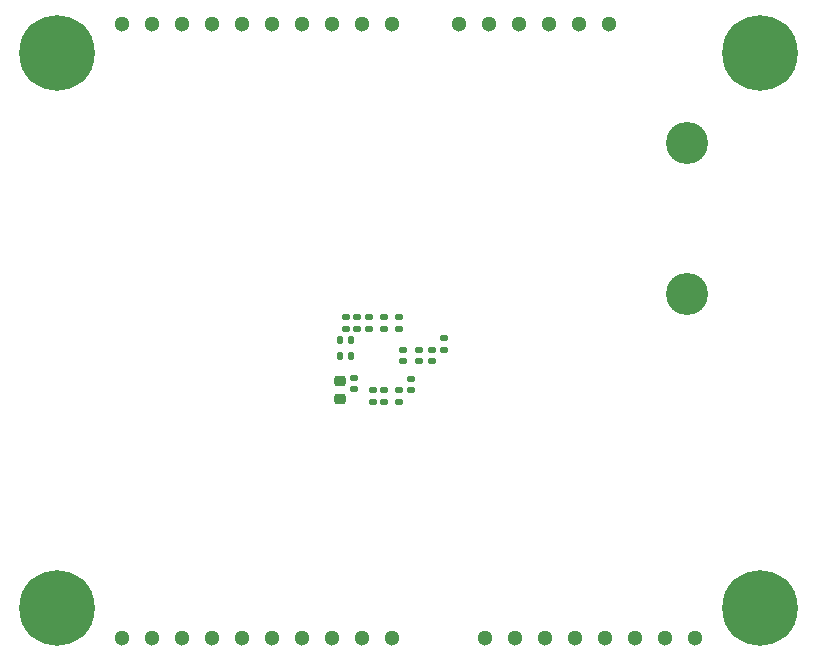
<source format=gbr>
%TF.GenerationSoftware,KiCad,Pcbnew,(6.0.10)*%
%TF.CreationDate,2023-06-21T21:11:04+02:00*%
%TF.ProjectId,FOX-PDA-v1,464f582d-5044-4412-9d76-312e6b696361,rev?*%
%TF.SameCoordinates,Original*%
%TF.FileFunction,Soldermask,Bot*%
%TF.FilePolarity,Negative*%
%FSLAX46Y46*%
G04 Gerber Fmt 4.6, Leading zero omitted, Abs format (unit mm)*
G04 Created by KiCad (PCBNEW (6.0.10)) date 2023-06-21 21:11:04*
%MOMM*%
%LPD*%
G01*
G04 APERTURE LIST*
G04 Aperture macros list*
%AMRoundRect*
0 Rectangle with rounded corners*
0 $1 Rounding radius*
0 $2 $3 $4 $5 $6 $7 $8 $9 X,Y pos of 4 corners*
0 Add a 4 corners polygon primitive as box body*
4,1,4,$2,$3,$4,$5,$6,$7,$8,$9,$2,$3,0*
0 Add four circle primitives for the rounded corners*
1,1,$1+$1,$2,$3*
1,1,$1+$1,$4,$5*
1,1,$1+$1,$6,$7*
1,1,$1+$1,$8,$9*
0 Add four rect primitives between the rounded corners*
20,1,$1+$1,$2,$3,$4,$5,0*
20,1,$1+$1,$4,$5,$6,$7,0*
20,1,$1+$1,$6,$7,$8,$9,0*
20,1,$1+$1,$8,$9,$2,$3,0*%
G04 Aperture macros list end*
%ADD10C,0.800000*%
%ADD11C,6.400000*%
%ADD12C,1.300000*%
%ADD13C,0.001000*%
%ADD14C,3.570000*%
%ADD15RoundRect,0.140000X0.170000X-0.140000X0.170000X0.140000X-0.170000X0.140000X-0.170000X-0.140000X0*%
%ADD16RoundRect,0.140000X-0.170000X0.140000X-0.170000X-0.140000X0.170000X-0.140000X0.170000X0.140000X0*%
%ADD17RoundRect,0.140000X0.140000X0.170000X-0.140000X0.170000X-0.140000X-0.170000X0.140000X-0.170000X0*%
%ADD18RoundRect,0.225000X-0.250000X0.225000X-0.250000X-0.225000X0.250000X-0.225000X0.250000X0.225000X0*%
G04 APERTURE END LIST*
D10*
%TO.C,H2*%
X179100000Y-70000000D03*
X183900000Y-70000000D03*
D11*
X181500000Y-70000000D03*
D10*
X181500000Y-67600000D03*
X179802944Y-68302944D03*
X183197056Y-71697056D03*
X183197056Y-68302944D03*
X181500000Y-72400000D03*
X179802944Y-71697056D03*
%TD*%
D12*
%TO.C,J6*%
X150360000Y-119500000D03*
X147820000Y-119500000D03*
X145280000Y-119500000D03*
X142740000Y-119500000D03*
X140200000Y-119500000D03*
X137660000Y-119500000D03*
X135120000Y-119500000D03*
X132580000Y-119500000D03*
X130040000Y-119500000D03*
X127500000Y-119500000D03*
%TD*%
%TO.C,J7*%
X156000000Y-67500000D03*
X158540000Y-67500000D03*
X161080000Y-67500000D03*
X163620000Y-67500000D03*
X166160000Y-67500000D03*
X168700000Y-67500000D03*
%TD*%
D13*
%TO.C,J2*%
X179397000Y-103510000D03*
X179397000Y-109290000D03*
%TD*%
D12*
%TO.C,J5*%
X127500000Y-67500000D03*
X130040000Y-67500000D03*
X132580000Y-67500000D03*
X135120000Y-67500000D03*
X137660000Y-67500000D03*
X140200000Y-67500000D03*
X142740000Y-67500000D03*
X145280000Y-67500000D03*
X147820000Y-67500000D03*
X150360000Y-67500000D03*
%TD*%
D10*
%TO.C,H1*%
X181500000Y-114600000D03*
X183197056Y-118697056D03*
X179802944Y-118697056D03*
X181500000Y-119400000D03*
X179802944Y-115302944D03*
D11*
X181500000Y-117000000D03*
D10*
X183197056Y-115302944D03*
X183900000Y-117000000D03*
X179100000Y-117000000D03*
%TD*%
%TO.C,H3*%
X123697056Y-118697056D03*
X124400000Y-117000000D03*
X120302944Y-118697056D03*
X119600000Y-117000000D03*
X122000000Y-119400000D03*
D11*
X122000000Y-117000000D03*
D10*
X123697056Y-115302944D03*
X122000000Y-114600000D03*
X120302944Y-115302944D03*
%TD*%
D11*
%TO.C,H4*%
X122000000Y-70000000D03*
D10*
X124400000Y-70000000D03*
X120302944Y-68302944D03*
X122000000Y-72400000D03*
X123697056Y-71697056D03*
X120302944Y-71697056D03*
X119600000Y-70000000D03*
X123697056Y-68302944D03*
X122000000Y-67600000D03*
%TD*%
D12*
%TO.C,J3*%
X176000000Y-119500000D03*
X173460000Y-119500000D03*
X170920000Y-119500000D03*
X168380000Y-119500000D03*
X165840000Y-119500000D03*
X163300000Y-119500000D03*
X160760000Y-119500000D03*
X158220000Y-119500000D03*
%TD*%
D14*
%TO.C,J1*%
X175320000Y-90400000D03*
X175320000Y-77600000D03*
%TD*%
D15*
%TO.C,C14*%
X148700000Y-99492500D03*
X148700000Y-98532500D03*
%TD*%
D16*
%TO.C,C5*%
X147400000Y-92357500D03*
X147400000Y-93317500D03*
%TD*%
%TO.C,C19*%
X151950000Y-97557500D03*
X151950000Y-98517500D03*
%TD*%
%TO.C,C18*%
X154712500Y-94145000D03*
X154712500Y-95105000D03*
%TD*%
%TO.C,C4*%
X148375000Y-92357500D03*
X148375000Y-93317500D03*
%TD*%
D17*
%TO.C,C9*%
X146905000Y-94300000D03*
X145945000Y-94300000D03*
%TD*%
D15*
%TO.C,C8*%
X153737500Y-96080000D03*
X153737500Y-95120000D03*
%TD*%
D16*
%TO.C,C3*%
X149675000Y-92357500D03*
X149675000Y-93317500D03*
%TD*%
%TO.C,C17*%
X147150000Y-97470000D03*
X147150000Y-98430000D03*
%TD*%
D17*
%TO.C,C10*%
X146905000Y-95600000D03*
X145945000Y-95600000D03*
%TD*%
D15*
%TO.C,C6*%
X152600000Y-96080000D03*
X152600000Y-95120000D03*
%TD*%
D16*
%TO.C,C2*%
X146425000Y-92357500D03*
X146425000Y-93317500D03*
%TD*%
D15*
%TO.C,C16*%
X149675000Y-99492500D03*
X149675000Y-98532500D03*
%TD*%
%TO.C,C7*%
X151300000Y-96080000D03*
X151300000Y-95120000D03*
%TD*%
D16*
%TO.C,C1*%
X150975000Y-92357500D03*
X150975000Y-93317500D03*
%TD*%
D18*
%TO.C,C20*%
X145937500Y-97750000D03*
X145937500Y-99300000D03*
%TD*%
D15*
%TO.C,C15*%
X150975000Y-99492500D03*
X150975000Y-98532500D03*
%TD*%
M02*

</source>
